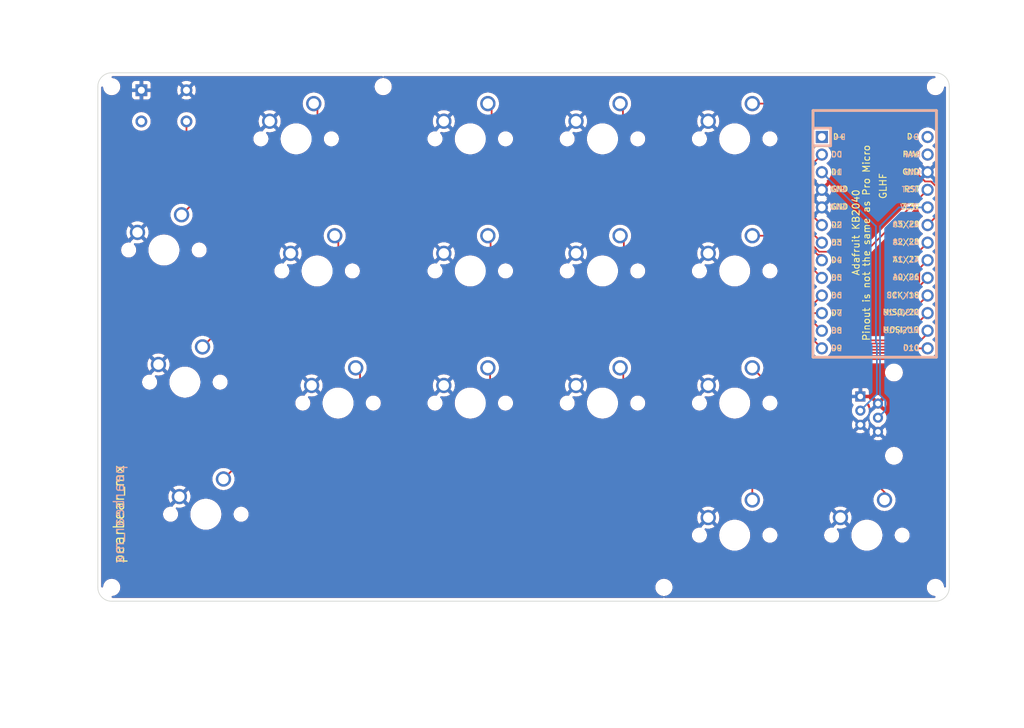
<source format=kicad_pcb>
(kicad_pcb (version 20240108) (generator "pcbnew") (generator_version "8.0")
  (title_block (title "pearbear_mx") (date "2024-10-22") (rev "1") (company "tomsadowski"))
  (layers (0 "F.Cu" jumper) (31 "B.Cu" signal) (34 "B.Paste" user) (35 "F.Paste" user) (36 "B.SilkS" user "B.Silkscreen") (37 "F.SilkS" user "F.Silkscreen") (38 "B.Mask" user) (39 "F.Mask" user) (44 "Edge.Cuts" user))
  (net 0 "")
  (net 1 "reset")
  (net 2 "gnd")
  (net 3 "vcc")
  (net 4 "Switch4")
  (net 5 "Switch5")
  (net 6 "Switch6")
  (net 7 "Switch7")
  (net 8 "Switch8")
  (net 9 "Switch9")
  (net 10 "Switch10")
  (net 11 "Switch11")
  (net 12 "Switch12")
  (net 13 "Switch13")
  (net 14 "Switch14")
  (net 15 "Switch15")
  (net 16 "Switch16")
  (net 17 "Switch17")
  (net 18 "raw")
  (net 19 "rjdata")
  (net 20 "Switch1")
  (net 21 "Switch2")
  (net 22 "Switch3")
  (footprint "pb_fp:SW_Cherry_MX" (layer "F.Cu") (at 162.28 87.86)
    (property "Reference" "SW9" (hide yes))
    (property "Value" "SW_Push" (hide yes))
  )
  (footprint "pb_fp:SW_Cherry_MX" (layer "F.Cu") (at 99.09 84.84)
    (property "Reference" "SW1" (hide yes))
    (property "Value" "SW_Push" (hide yes))
  )
  (footprint "pb_fp:MountingHole_M2_Screw" (layer "F.Cu") (at 91.565 61.285)
    (property "Reference" "REF**" (hide yes))
    (property "Value" "MountingHole_2mm_4mmdiameter_bare" (hide yes))
  )
  (footprint "pb_fp:RJ11_6P6C" (layer "F.Cu") (at 201.51 108.51 90)
    (property "Reference" "J1" (hide yes))
    (property "Value" "rj11" (hide yes))
  )
  (footprint "pb_fp:SW_Cherry_MX" (layer "F.Cu") (at 118.14 68.81)
    (property "Reference" "SW2" (hide yes))
    (property "Value" "SW_Push" (hide yes))
  )
  (footprint "pb_fp:MountingHole_M2_Screw" (layer "F.Cu") (at 210.255 133.485)
    (property "Reference" "REF**" (hide yes))
    (property "Value" "MountingHole_2mm_4mmdiameter_bare" (hide yes))
  )
  (footprint "pb_fp:SW_Cherry_MX" (layer "F.Cu") (at 143.23 68.81)
    (property "Reference" "SW3" (hide yes))
    (property "Value" "SW_Push" (hide yes))
  )
  (footprint "pb_fp:SW_Cherry_MX" (layer "F.Cu") (at 162.28 106.91)
    (property "Reference" "SW14" (hide yes))
    (property "Value" "SW_Push" (hide yes))
  )
  (footprint "pb_fp:MountingHole_M2_Screw" (layer "F.Cu") (at 130.685 61.285)
    (property "Reference" "REF**" (hide yes))
    (property "Value" "MountingHole_2mm_4mmdiameter_bare" (hide yes))
  )
  (footprint "pb_fp:SW_Cherry_MX" (layer "F.Cu") (at 105.13 122.94)
    (property "Reference" "SW11" (hide yes))
    (property "Value" "SW_Push" (hide yes))
  )
  (footprint "pb_fp:MountingHole_M2_Screw" (layer "F.Cu") (at 210.255 61.285)
    (property "Reference" "REF**" (hide yes))
    (property "Value" "MountingHole_2mm_4mmdiameter_bare" (hide yes))
  )
  (footprint "pb_fp:SW_Cherry_MX" (layer "F.Cu") (at 181.33 125.96)
    (property "Reference" "SW16" (hide yes))
    (property "Value" "SW_Push" (hide yes))
  )
  (footprint "pb_fp:SW_Cherry_MX" (layer "F.Cu") (at 181.33 68.81)
    (property "Reference" "SW5" (hide yes))
    (property "Value" "SW_Push" (hide yes))
  )
  (footprint "pb_fp:SW_TH_Tactile_Omron_B3F-10xx_reversible" (layer "F.Cu") (at 99.09 64.05)
    (property "Reference" "SW_Reset1" (hide yes))
    (property "Value" "SW_Push" (hide yes))
  )
  (footprint "pb_fp:SW_Cherry_MX" (layer "F.Cu") (at 181.33 106.91)
    (property "Reference" "SW15" (hide yes))
    (property "Value" "SW_Push" (hide yes))
  )
  (footprint "pb_fp:SW_Cherry_MX" (layer "F.Cu") (at 124.18 106.91)
    (property "Reference" "SW12" (hide yes))
    (property "Value" "SW_Push" (hide yes))
  )
  (footprint "pb_fp:SW_Cherry_MX" (layer "F.Cu") (at 143.23 106.91)
    (property "Reference" "SW13" (hide yes))
    (property "Value" "SW_Push" (hide yes))
  )
  (footprint "pb_fp:MountingHole_M2_Screw" (layer "F.Cu") (at 91.565 133.485)
    (property "Reference" "REF**" (hide yes))
    (property "Value" "MountingHole_2mm_4mmdiameter_bare" (hide yes))
  )
  (footprint "pb_fp:SW_Cherry_MX" (layer "F.Cu") (at 121.16 87.86)
    (property "Reference" "SW7" (hide yes))
    (property "Value" "SW_Push" (hide yes))
  )
  (footprint "pb_fp:SW_Cherry_MX" (layer "F.Cu") (at 102.11 103.89)
    (property "Reference" "SW6" (hide yes))
    (property "Value" "SW_Push" (hide yes))
  )
  (footprint "pb_fp:SW_Cherry_MX" (layer "F.Cu") (at 143.23 87.86)
    (property "Reference" "SW8" (hide yes))
    (property "Value" "SW_Push" (hide yes))
  )
  (footprint "pb_fp:kb2040" (layer "F.Cu") (at 201.51 82.51)
    (property "Reference" "U1" (hide yes))
    (property "Value" "ProMicro-kbd-rev" (hide yes))
  )
  (footprint "pb_fp:MountingHole_M2_Screw" (layer "F.Cu") (at 171.135 133.485)
    (property "Reference" "REF**" (hide yes))
    (property "Value" "MountingHole_2mm_4mmdiameter_bare" (hide yes))
  )
  (footprint "pb_fp:SW_Cherry_MX" (layer "F.Cu") (at 200.38 125.96)
    (property "Reference" "SW17" (hide yes))
    (property "Value" "SW_Push" (hide yes))
  )
  (footprint "pb_fp:SW_Cherry_MX" (layer "F.Cu") (at 181.33 87.86)
    (property "Reference" "SW10" (hide yes))
    (property "Value" "SW_Push" (hide yes))
  )
  (footprint "pb_fp:SW_Cherry_MX" (layer "F.Cu") (at 162.28 68.81)
    (property "Reference" "SW4" (hide yes))
    (property "Value" "SW_Push" (hide yes))
  )
  (gr_line (start 210.255 59.285) (end 91.565 59.285) (stroke (width 0.1)) (layer "Edge.Cuts"))
  (gr_line (start 212.255 133.485) (end 212.255 61.285) (stroke (width 0.1)) (layer "Edge.Cuts"))
  (gr_line (start 210.255 135.485) (end 91.565 135.485) (stroke (width 0.1)) (layer "Edge.Cuts"))
  (gr_arc (start 210.255 59.285) (mid 211.669214 59.870786) (end 212.255 61.285) (stroke (width 0.1)) (layer "Edge.Cuts"))
  (gr_arc (start 91.565 135.485) (mid 90.150786 134.899214) (end 89.565 133.485) (stroke (width 0.1)) (layer "Edge.Cuts"))
  (gr_line (start 89.565 61.285) (end 89.565 133.485) (stroke (width 0.1)) (layer "Edge.Cuts"))
  (gr_arc (start 212.255 133.485) (mid 211.669214 134.899214) (end 210.255 135.485) (stroke (width 0.1)) (layer "Edge.Cuts"))
  (gr_arc (start 89.565 61.285) (mid 90.150786 59.870786) (end 91.565 59.285) (stroke (width 0.1)) (layer "Edge.Cuts"))
  (gr_text "pearbear_mx" (at 92.59 122.94 90) (layer "B.SilkS") (effects (font (size 1.5 1.5) (thickness 0.1875)) (justify mirror)))
  (gr_text "pearbear_mx" (at 92.59 122.94 90) (layer "F.SilkS") (effects (font (size 1.5 1.5) (thickness 0.1875))))
  (segment (start 209.13 76.16) (end 200.2 85.09) (width 0.25) (layer "F.Cu") (net 1))
  (segment (start 192.6887 83.215096) (end 191.7887 82.315096) (width 0.25) (layer "F.Cu") (net 1))
  (segment (start 191.7887 82.315096) (end 191.7887 77.391492) (width 0.25) (layer "F.Cu") (net 1))
  (segment (start 105.3 75.85) (end 102.34 72.89) (width 0.25) (layer "F.Cu") (net 1))
  (segment (start 192.6887 84.277595) (end 192.6887 83.215096) (width 0.25) (layer "F.Cu") (net 1))
  (segment (start 102.34 72.89) (end 102.34 66.3) (width 0.25) (layer "F.Cu") (net 1))
  (segment (start 193.501105 85.09) (end 192.6887 84.277595) (width 0.25) (layer "F.Cu") (net 1))
  (segment (start 191.7887 77.391492) (end 190.247208 75.85) (width 0.25) (layer "F.Cu") (net 1))
  (segment (start 190.247208 75.85) (end 105.3 75.85) (width 0.25) (layer "F.Cu") (net 1))
  (segment (start 200.2 85.09) (end 193.501105 85.09) (width 0.25) (layer "F.Cu") (net 1))
  (segment (start 203.035 107.965) (end 201.98 109.02) (width 0.25) (layer "B.Cu") (net 3))
  (segment (start 202.27 81.42) (end 202.27 105.778004) (width 0.25) (layer "B.Cu") (net 3))
  (segment (start 204.99 78.7) (end 202.27 81.42) (width 0.25) (layer "B.Cu") (net 3))
  (segment (start 202.27 105.778004) (end 203.035 106.543004) (width 0.25) (layer "B.Cu") (net 3))
  (segment (start 209.13 78.7) (end 204.99 78.7) (width 0.25) (layer "B.Cu") (net 3))
  (segment (start 203.035 106.543004) (end 203.035 107.965) (width 0.25) (layer "B.Cu") (net 3))
  (segment (start 168.43 74.5) (end 165.23 71.3) (width 0.25) (layer "F.Cu") (net 4))
  (segment (start 165.23 64.14) (end 164.82 63.73) (width 0.25) (layer "F.Cu") (net 4))
  (segment (start 165.23 71.3) (end 165.23 64.14) (width 0.25) (layer "F.Cu") (net 4))
  (segment (start 193.89 71.08) (end 190.47 74.5) (width 0.25) (layer "F.Cu") (net 4))
  (segment (start 190.47 74.5) (end 168.43 74.5) (width 0.25) (layer "F.Cu") (net 4))
  (segment (start 197.541105 63.73) (end 183.87 63.73) (width 0.25) (layer "F.Cu") (net 5))
  (segment (start 209.13 81.24) (end 210.3313 80.0387) (width 0.25) (layer "F.Cu") (net 5))
  (segment (start 210.3313 80.0387) (end 210.3313 75.662405) (width 0.25) (layer "F.Cu") (net 5))
  (segment (start 208.769805 74.9587) (end 197.541105 63.73) (width 0.25) (layer "F.Cu") (net 5))
  (segment (start 209.627595 74.9587) (end 208.769805 74.9587) (width 0.25) (layer "F.Cu") (net 5))
  (segment (start 210.3313 75.662405) (end 209.627595 74.9587) (width 0.25) (layer "F.Cu") (net 5))
  (segment (start 191.683604 94.91) (end 108.55 94.91) (width 0.25) (layer "F.Cu") (net 6))
  (segment (start 193.89 99.02) (end 192.55 97.68) (width 0.25) (layer "F.Cu") (net 6))
  (segment (start 192.55 97.68) (end 192.55 95.776396) (width 0.25) (layer "F.Cu") (net 6))
  (segment (start 108.55 94.91) (end 104.65 98.81) (width 0.25) (layer "F.Cu") (net 6))
  (segment (start 192.55 95.776396) (end 191.683604 94.91) (width 0.25) (layer "F.Cu") (net 6))
  (segment (start 124.22 91.77) (end 124.22 83.3) (width 0.25) (layer "F.Cu") (net 7))
  (segment (start 124.22 83.3) (end 123.7 82.78) (width 0.25) (layer "F.Cu") (net 7))
  (segment (start 126.91 94.46) (end 124.22 91.77) (width 0.25) (layer "F.Cu") (net 7))
  (segment (start 191.87 94.46) (end 126.91 94.46) (width 0.25) (layer "F.Cu") (net 7))
  (segment (start 193.89 96.48) (end 191.87 94.46) (width 0.25) (layer "F.Cu") (net 7))
  (segment (start 148.93 93.94) (end 146.16 91.17) (width 0.25) (layer "F.Cu") (net 8))
  (segment (start 146.16 83.17) (end 145.77 82.78) (width 0.25) (layer "F.Cu") (net 8))
  (segment (start 193.89 93.94) (end 148.93 93.94) (width 0.25) (layer "F.Cu") (net 8))
  (segment (start 146.16 91.17) (end 146.16 83.17) (width 0.25) (layer "F.Cu") (net 8))
  (segment (start 193.89 91.4) (end 191.8 93.49) (width 0.25) (layer "F.Cu") (net 9))
  (segment (start 168.43 93.49) (end 165.36 90.42) (width 0.25) (layer "F.Cu") (net 9))
  (segment (start 165.36 90.42) (end 165.36 83.32) (width 0.25) (layer "F.Cu") (net 9))
  (segment (start 165.36 83.32) (end 164.82 82.78) (width 0.25) (layer "F.Cu") (net 9))
  (segment (start 191.8 93.49) (end 168.43 93.49) (width 0.25) (layer "F.Cu") (net 9))
  (segment (start 193.89 88.86) (end 192.29 87.26) (width 0.25) (layer "F.Cu") (net 10))
  (segment (start 192.29 87.26) (end 192.29 85.356396) (width 0.25) (layer "F.Cu") (net 10))
  (segment (start 189.713604 82.78) (end 183.87 82.78) (width 0.25) (layer "F.Cu") (net 10))
  (segment (start 192.29 85.356396) (end 189.713604 82.78) (width 0.25) (layer "F.Cu") (net 10))
  (segment (start 189.759188 115.1) (end 110.43 115.1) (width 0.25) (layer "F.Cu") (net 11))
  (segment (start 193.63 106.547208) (end 193.63 111.229188) (width 0.25) (layer "F.Cu") (net 11))
  (segment (start 200.507208 99.67) (end 193.63 106.547208) (width 0.25) (layer "F.Cu") (net 11))
  (segment (start 205.697208 99.67) (end 200.507208 99.67) (width 0.25) (layer "F.Cu") (net 11))
  (segment (start 110.43 115.1) (end 107.67 117.86) (width 0.25) (layer "F.Cu") (net 11))
  (segment (start 193.63 111.229188) (end 189.759188 115.1) (width 0.25) (layer "F.Cu") (net 11))
  (segment (start 207.75 97.617208) (end 205.697208 99.67) (width 0.25) (layer "F.Cu") (net 11))
  (segment (start 207.75 95.32) (end 207.75 97.617208) (width 0.25) (layer "F.Cu") (net 11))
  (segment (start 209.13 93.94) (end 207.75 95.32) (width 0.25) (layer "F.Cu") (net 11))
  (segment (start 127.35 102.46) (end 126.72 101.83) (width 0.25) (layer "F.Cu") (net 12))
  (segment (start 189.572792 114.65) (end 130.61 114.65) (width 0.25) (layer "F.Cu") (net 12))
  (segment (start 200.320812 99.22) (end 193.18 106.360812) (width 0.25) (layer "F.Cu") (net 12))
  (segment (start 205.510812 99.22) (end 200.320812 99.22) (width 0.25) (layer "F.Cu") (net 12))
  (segment (start 130.61 114.65) (end 127.35 111.39) (width 0.25) (layer "F.Cu") (net 12))
  (segment (start 193.18 111.042792) (end 189.572792 114.65) (width 0.25) (layer "F.Cu") (net 12))
  (segment (start 207.3 97.430812) (end 205.510812 99.22) (width 0.25) (layer "F.Cu") (net 12))
  (segment (start 207.3 93.23) (end 207.3 97.430812) (width 0.25) (layer "F.Cu") (net 12))
  (segment (start 209.13 91.4) (end 207.3 93.23) (width 0.25) (layer "F.Cu") (net 12))
  (segment (start 127.35 111.39) (end 127.35 102.46) (width 0.25) (layer "F.Cu") (net 12))
  (segment (start 193.18 106.360812) (end 193.18 111.042792) (width 0.25) (layer "F.Cu") (net 12))
  (segment (start 206.85 91.14) (end 206.85 97.244416) (width 0.25) (layer "F.Cu") (net 13))
  (segment (start 146.09 102.15) (end 145.77 101.83) (width 0.25) (layer "F.Cu") (net 13))
  (segment (start 189.386396 114.2) (end 149.64 114.2) (width 0.25) (layer "F.Cu") (net 13))
  (segment (start 206.85 97.244416) (end 205.324416 98.77) (width 0.25) (layer "F.Cu") (net 13))
  (segment (start 192.73 106.174416) (end 192.73 110.856396) (width 0.25) (layer "F.Cu") (net 13))
  (segment (start 192.73 110.856396) (end 189.386396 114.2) (width 0.25) (layer "F.Cu") (net 13))
  (segment (start 149.64 114.2) (end 146.09 110.65) (width 0.25) (layer "F.Cu") (net 13))
  (segment (start 146.09 110.65) (end 146.09 102.15) (width 0.25) (layer "F.Cu") (net 13))
  (segment (start 200.134416 98.77) (end 192.73 106.174416) (width 0.25) (layer "F.Cu") (net 13))
  (segment (start 209.13 88.86) (end 206.85 91.14) (width 0.25) (layer "F.Cu") (net 13))
  (segment (start 205.324416 98.77) (end 200.134416 98.77) (width 0.25) (layer "F.Cu") (net 13))
  (segment (start 206.4 97.05802) (end 205.13802 98.32) (width 0.25) (layer "F.Cu") (net 14))
  (segment (start 205.13802 98.32) (end 199.94802 98.32) (width 0.25) (layer "F.Cu") (net 14))
  (segment (start 206.4 90.953604) (end 206.4 97.05802) (width 0.25) (layer "F.Cu") (net 14))
  (segment (start 189.2 113.75) (end 169.13 113.75) (width 0.25) (layer "F.Cu") (net 14))
  (segment (start 169.13 113.75) (end 165.28 109.9) (width 0.25) (layer "F.Cu") (net 14))
  (segment (start 165.28 102.29) (end 164.82 101.83) (width 0.25) (layer "F.Cu") (net 14))
  (segment (start 192.28 105.98802) (end 192.28 110.67) (width 0.25) (layer "F.Cu") (net 14))
  (segment (start 207.9287 87.521301) (end 207.9287 89.424904) (width 0.25) (layer "F.Cu") (net 14))
  (segment (start 192.28 110.67) (end 189.2 113.75) (width 0.25) (layer "F.Cu") (net 14))
  (segment (start 207.9287 89.424904) (end 206.4 90.953604) (width 0.25) (layer "F.Cu") (net 14))
  (segment (start 199.94802 98.32) (end 192.28 105.98802) (width 0.25) (layer "F.Cu") (net 14))
  (segment (start 165.28 109.9) (end 165.28 102.29) (width 0.25) (layer "F.Cu") (net 14))
  (segment (start 208.016848 87.433153) (end 207.9287 87.521301) (width 0.25) (layer "F.Cu") (net 14))
  (segment (start 209.13 86.32) (end 208.016848 87.433153) (width 0.25) (layer "F.Cu") (net 14))
  (segment (start 209.13 83.78) (end 207.4787 85.4313) (width 0.25) (layer "F.Cu") (net 15))
  (segment (start 187.85 105.81) (end 183.87 101.83) (width 0.25) (layer "F.Cu") (net 15))
  (segment (start 199.761624 97.87) (end 191.821624 105.81) (width 0.25) (layer "F.Cu") (net 15))
  (segment (start 205.95 96.871624) (end 204.951624 97.87) (width 0.25) (layer "F.Cu") (net 15))
  (segment (start 204.951624 97.87) (end 199.761624 97.87) (width 0.25) (layer "F.Cu") (net 15))
  (segment (start 207.4787 89.238508) (end 205.95 90.767208) (width 0.25) (layer "F.Cu") (net 15))
  (segment (start 207.4787 85.4313) (end 207.4787 89.238508) (width 0.25) (layer "F.Cu") (net 15))
  (segment (start 205.95 90.767208) (end 205.95 96.871624) (width 0.25) (layer "F.Cu") (net 15))
  (segment (start 191.821624 105.81) (end 187.85 105.81) (width 0.25) (layer "F.Cu") (net 15))
  (segment (start 209.13 96.873604) (end 205.883604 100.12) (width 0.25) (layer "F.Cu") (net 16))
  (segment (start 209.13 96.48) (end 209.13 96.873604) (width 0.25) (layer "F.Cu") (net 16))
  (segment (start 194.08 111.415584) (end 189.945584 115.55) (width 0.25) (layer "F.Cu") (net 16))
  (segment (start 186.95 115.55) (end 183.87 118.63) (width 0.25) (layer "F.Cu") (net 16))
  (segment (start 200.693604 100.12) (end 194.08 106.733604) (width 0.25) (layer "F.Cu") (net 16))
  (segment (start 189.945584 115.55) (end 186.95 115.55) (width 0.25) (layer "F.Cu") (net 16))
  (segment (start 183.87 118.63) (end 183.87 120.88) (width 0.25) (layer "F.Cu") (net 16))
  (segment (start 205.883604 100.12) (end 200.693604 100.12) (width 0.25) (layer "F.Cu") (net 16))
  (segment (start 194.08 106.733604) (end 194.08 111.415584) (width 0.25) (layer "F.Cu") (net 16))
  (segment (start 202.92 119.76) (end 202.92 120.88) (width 0.25) (layer "F.Cu") (net 17))
  (segment (start 207.62 99.02) (end 206.07 100.57) (width 0.25) (layer "F.Cu") (net 17))
  (segment (start 194.53 106.92) (end 194.53 111.37) (width 0.25) (layer "F.Cu") (net 17))
  (segment (start 206.07 100.57) (end 200.88 100.57) (width 0.25) (layer "F.Cu") (net 17))
  (segment (start 194.53 111.37) (end 202.92 119.76) (width 0.25) (layer "F.Cu") (net 17))
  (segment (start 209.13 99.02) (end 207.62 99.02) (width 0.25) (layer "F.Cu") (net 17))
  (segment (start 200.88 100.57) (end 194.53 106.92) (width 0.25) (layer "F.Cu") (net 17))
  (segment (start 201.68 81.41) (end 201.68 98.15) (width 0.25) (layer "B.Cu") (net 19))
  (segment (start 193.89 73.62) (end 201.68 81.41) (width 0.25) (layer "B.Cu") (net 19))
  (segment (start 201.82 105.62) (end 199.44 108) (width 0.25) (layer "B.Cu") (net 19))
  (segment (start 201.82 98.29) (end 201.82 105.62) (width 0.25) (layer "B.Cu") (net 19))
  (segment (start 201.68 98.15) (end 201.82 98.29) (width 0.25) (layer "B.Cu") (net 19))
  (segment (start 191.3387 77.577888) (end 190.060812 76.3) (width 0.25) (layer "F.Cu") (net 20))
  (segment (start 101.64 79.76) (end 101.63 79.76) (width 0.25) (layer "F.Cu") (net 20))
  (segment (start 193.89 85.54) (end 193.314709 85.54) (width 0.25) (layer "F.Cu") (net 20))
  (segment (start 190.060812 76.3) (end 105.1 76.3) (width 0.25) (layer "F.Cu") (net 20))
  (segment (start 191.3387 83.563991) (end 191.3387 77.577888) (width 0.25) (layer "F.Cu") (net 20))
  (segment (start 193.89 86.32) (end 193.89 85.54) (width 0.25) (layer "F.Cu") (net 20))
  (segment (start 193.314709 85.54) (end 191.3387 83.563991) (width 0.25) (layer "F.Cu") (net 20))
  (segment (start 105.1 76.3) (end 101.64 79.76) (width 0.25) (layer "F.Cu") (net 20))
  (segment (start 121.21 64.26) (end 120.68 63.73) (width 0.25) (layer "F.Cu") (net 21))
  (segment (start 192.2387 82.1287) (end 192.2387 77.205096) (width 0.25) (layer "F.Cu") (net 21))
  (segment (start 193.89 83.78) (end 192.2387 82.1287) (width 0.25) (layer "F.Cu") (net 21))
  (segment (start 190.433604 75.4) (end 125.16 75.4) (width 0.25) (layer "F.Cu") (net 21))
  (segment (start 125.16 75.4) (end 121.21 71.45) (width 0.25) (layer "F.Cu") (net 21))
  (segment (start 192.2387 77.205096) (end 190.433604 75.4) (width 0.25) (layer "F.Cu") (net 21))
  (segment (start 121.21 71.45) (end 121.21 64.26) (width 0.25) (layer "F.Cu") (net 21))
  (segment (start 146.31 71.82) (end 146.31 64.27) (width 0.25) (layer "F.Cu") (net 22))
  (segment (start 149.44 74.95) (end 146.31 71.82) (width 0.25) (layer "F.Cu") (net 22))
  (segment (start 192.6887 80.0387) (end 192.6887 77.0187) (width 0.25) (layer "F.Cu") (net 22))
  (segment (start 193.89 81.24) (end 192.6887 80.0387) (width 0.25) (layer "F.Cu") (net 22))
  (segment (start 146.31 64.27) (end 145.77 63.73) (width 0.25) (layer "F.Cu") (net 22))
  (segment (start 192.6887 77.0187) (end 190.62 74.95) (width 0.25) (layer "F.Cu") (net 22))
  (segment (start 190.62 74.95) (end 149.44 74.95) (width 0.25) (layer "F.Cu") (net 22))
  (zone (net 2) (net_name "gnd") (layer "F.Cu") (connect_pads (clearance 0.508)) (min_thickness 0.254) (fill yes (thermal_gap 0.508) (thermal_bridge_width 0.508))
    (polygon (pts (xy 222.420166 49.236152) (xy 222.410166 152.926152) (xy 75.880166 153.016152) (xy 75.890166 49.326152)))
  )
  (zone (net 2) (net_name "gnd") (layer "F.Cu") (connect_pads (clearance 0.508)) (min_thickness 0.254) (fill yes (thermal_gap 0.508) (thermal_bridge_width 0.508))
    (polygon (pts (xy 223.030166 49.021774) (xy 223.030166 153.751774) (xy 75.470166 153.521774) (xy 75.470166 48.791774)))
  )
  (zone (net 2) (net_name "gnd") (layer "B.Cu") (connect_pads (clearance 0.508)) (min_thickness 0.254) (fill yes (thermal_gap 0.508) (thermal_bridge_width 0.508))
    (polygon (pts (xy 222.240166 151.511805) (xy 221.180166 49.491805) (xy 76.940166 49.771805) (xy 78.000166 151.791805)))
  )
  (zone (net 2) (net_name "gnd") (layer "B.Cu") (connect_pads (clearance 0.508)) (min_thickness 0.254) (fill yes (thermal_gap 0.508) (thermal_bridge_width 0.508))
    (polygon (pts (xy 221.070166 152.411411) (xy 221.180166 50.581411) (xy 76.430166 50.461411) (xy 76.320166 152.291411)))
  )
)
</source>
